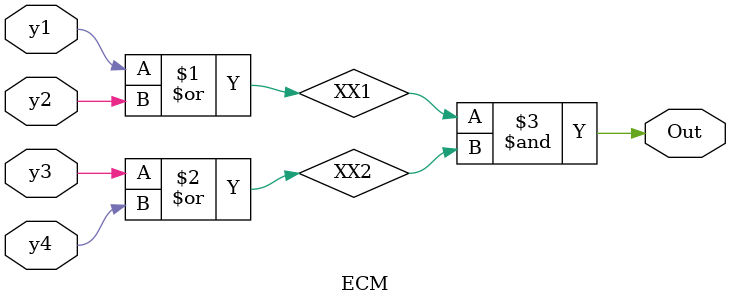
<source format=v>
module ECM (y1,y2,y3,y4,Out);
  input y1,y2,y3,y4;
  output Out;
  wire XX1,XX2;
  

  assign XX1=y1|y2;
  
  assign XX2=y3|y4;
  
  assign Out=XX1&XX2;
  
endmodule  
  

  

  
  
  
  
  
  

  
  
  
  
  
  
  
  


</source>
